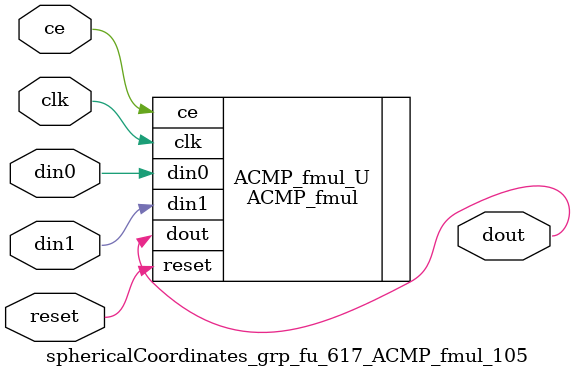
<source format=v>

`timescale 1 ns / 1 ps
module sphericalCoordinates_grp_fu_617_ACMP_fmul_105(
    clk,
    reset,
    ce,
    din0,
    din1,
    dout);

parameter ID = 32'd1;
parameter NUM_STAGE = 32'd1;
parameter din0_WIDTH = 32'd1;
parameter din1_WIDTH = 32'd1;
parameter dout_WIDTH = 32'd1;
input clk;
input reset;
input ce;
input[din0_WIDTH - 1:0] din0;
input[din1_WIDTH - 1:0] din1;
output[dout_WIDTH - 1:0] dout;



ACMP_fmul #(
.ID( ID ),
.NUM_STAGE( 4 ),
.din0_WIDTH( din0_WIDTH ),
.din1_WIDTH( din1_WIDTH ),
.dout_WIDTH( dout_WIDTH ))
ACMP_fmul_U(
    .clk( clk ),
    .reset( reset ),
    .ce( ce ),
    .din0( din0 ),
    .din1( din1 ),
    .dout( dout ));

endmodule

</source>
